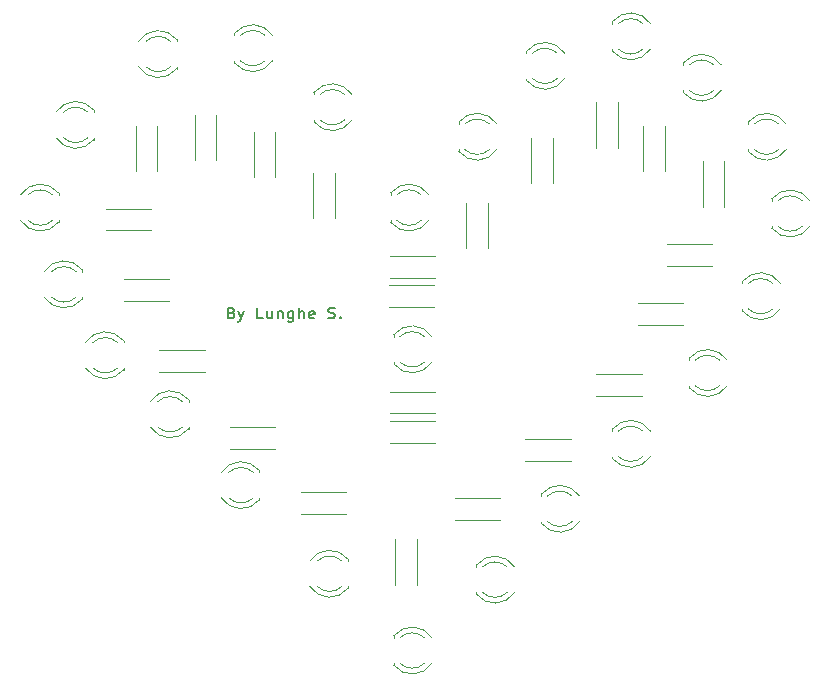
<source format=gbr>
%TF.GenerationSoftware,KiCad,Pcbnew,8.0.5*%
%TF.CreationDate,2025-01-04T18:37:31+03:00*%
%TF.ProjectId,Love_LEDs,4c6f7665-5f4c-4454-9473-2e6b69636164,rev?*%
%TF.SameCoordinates,Original*%
%TF.FileFunction,Legend,Top*%
%TF.FilePolarity,Positive*%
%FSLAX46Y46*%
G04 Gerber Fmt 4.6, Leading zero omitted, Abs format (unit mm)*
G04 Created by KiCad (PCBNEW 8.0.5) date 2025-01-04 18:37:31*
%MOMM*%
%LPD*%
G01*
G04 APERTURE LIST*
%ADD10C,0.200000*%
%ADD11C,0.120000*%
G04 APERTURE END LIST*
D10*
X130203006Y-94908028D02*
X130345863Y-94950885D01*
X130345863Y-94950885D02*
X130393482Y-94993742D01*
X130393482Y-94993742D02*
X130441101Y-95079457D01*
X130441101Y-95079457D02*
X130441101Y-95208028D01*
X130441101Y-95208028D02*
X130393482Y-95293742D01*
X130393482Y-95293742D02*
X130345863Y-95336600D01*
X130345863Y-95336600D02*
X130250625Y-95379457D01*
X130250625Y-95379457D02*
X129869673Y-95379457D01*
X129869673Y-95379457D02*
X129869673Y-94479457D01*
X129869673Y-94479457D02*
X130203006Y-94479457D01*
X130203006Y-94479457D02*
X130298244Y-94522314D01*
X130298244Y-94522314D02*
X130345863Y-94565171D01*
X130345863Y-94565171D02*
X130393482Y-94650885D01*
X130393482Y-94650885D02*
X130393482Y-94736600D01*
X130393482Y-94736600D02*
X130345863Y-94822314D01*
X130345863Y-94822314D02*
X130298244Y-94865171D01*
X130298244Y-94865171D02*
X130203006Y-94908028D01*
X130203006Y-94908028D02*
X129869673Y-94908028D01*
X130774435Y-94779457D02*
X131012530Y-95379457D01*
X131250625Y-94779457D02*
X131012530Y-95379457D01*
X131012530Y-95379457D02*
X130917292Y-95593742D01*
X130917292Y-95593742D02*
X130869673Y-95636600D01*
X130869673Y-95636600D02*
X130774435Y-95679457D01*
X132869673Y-95379457D02*
X132393483Y-95379457D01*
X132393483Y-95379457D02*
X132393483Y-94479457D01*
X133631578Y-94779457D02*
X133631578Y-95379457D01*
X133203007Y-94779457D02*
X133203007Y-95250885D01*
X133203007Y-95250885D02*
X133250626Y-95336600D01*
X133250626Y-95336600D02*
X133345864Y-95379457D01*
X133345864Y-95379457D02*
X133488721Y-95379457D01*
X133488721Y-95379457D02*
X133583959Y-95336600D01*
X133583959Y-95336600D02*
X133631578Y-95293742D01*
X134107769Y-94779457D02*
X134107769Y-95379457D01*
X134107769Y-94865171D02*
X134155388Y-94822314D01*
X134155388Y-94822314D02*
X134250626Y-94779457D01*
X134250626Y-94779457D02*
X134393483Y-94779457D01*
X134393483Y-94779457D02*
X134488721Y-94822314D01*
X134488721Y-94822314D02*
X134536340Y-94908028D01*
X134536340Y-94908028D02*
X134536340Y-95379457D01*
X135441102Y-94779457D02*
X135441102Y-95508028D01*
X135441102Y-95508028D02*
X135393483Y-95593742D01*
X135393483Y-95593742D02*
X135345864Y-95636600D01*
X135345864Y-95636600D02*
X135250626Y-95679457D01*
X135250626Y-95679457D02*
X135107769Y-95679457D01*
X135107769Y-95679457D02*
X135012531Y-95636600D01*
X135441102Y-95336600D02*
X135345864Y-95379457D01*
X135345864Y-95379457D02*
X135155388Y-95379457D01*
X135155388Y-95379457D02*
X135060150Y-95336600D01*
X135060150Y-95336600D02*
X135012531Y-95293742D01*
X135012531Y-95293742D02*
X134964912Y-95208028D01*
X134964912Y-95208028D02*
X134964912Y-94950885D01*
X134964912Y-94950885D02*
X135012531Y-94865171D01*
X135012531Y-94865171D02*
X135060150Y-94822314D01*
X135060150Y-94822314D02*
X135155388Y-94779457D01*
X135155388Y-94779457D02*
X135345864Y-94779457D01*
X135345864Y-94779457D02*
X135441102Y-94822314D01*
X135917293Y-95379457D02*
X135917293Y-94479457D01*
X136345864Y-95379457D02*
X136345864Y-94908028D01*
X136345864Y-94908028D02*
X136298245Y-94822314D01*
X136298245Y-94822314D02*
X136203007Y-94779457D01*
X136203007Y-94779457D02*
X136060150Y-94779457D01*
X136060150Y-94779457D02*
X135964912Y-94822314D01*
X135964912Y-94822314D02*
X135917293Y-94865171D01*
X137203007Y-95336600D02*
X137107769Y-95379457D01*
X137107769Y-95379457D02*
X136917293Y-95379457D01*
X136917293Y-95379457D02*
X136822055Y-95336600D01*
X136822055Y-95336600D02*
X136774436Y-95250885D01*
X136774436Y-95250885D02*
X136774436Y-94908028D01*
X136774436Y-94908028D02*
X136822055Y-94822314D01*
X136822055Y-94822314D02*
X136917293Y-94779457D01*
X136917293Y-94779457D02*
X137107769Y-94779457D01*
X137107769Y-94779457D02*
X137203007Y-94822314D01*
X137203007Y-94822314D02*
X137250626Y-94908028D01*
X137250626Y-94908028D02*
X137250626Y-94993742D01*
X137250626Y-94993742D02*
X136774436Y-95079457D01*
X138393484Y-95336600D02*
X138536341Y-95379457D01*
X138536341Y-95379457D02*
X138774436Y-95379457D01*
X138774436Y-95379457D02*
X138869674Y-95336600D01*
X138869674Y-95336600D02*
X138917293Y-95293742D01*
X138917293Y-95293742D02*
X138964912Y-95208028D01*
X138964912Y-95208028D02*
X138964912Y-95122314D01*
X138964912Y-95122314D02*
X138917293Y-95036600D01*
X138917293Y-95036600D02*
X138869674Y-94993742D01*
X138869674Y-94993742D02*
X138774436Y-94950885D01*
X138774436Y-94950885D02*
X138583960Y-94908028D01*
X138583960Y-94908028D02*
X138488722Y-94865171D01*
X138488722Y-94865171D02*
X138441103Y-94822314D01*
X138441103Y-94822314D02*
X138393484Y-94736600D01*
X138393484Y-94736600D02*
X138393484Y-94650885D01*
X138393484Y-94650885D02*
X138441103Y-94565171D01*
X138441103Y-94565171D02*
X138488722Y-94522314D01*
X138488722Y-94522314D02*
X138583960Y-94479457D01*
X138583960Y-94479457D02*
X138822055Y-94479457D01*
X138822055Y-94479457D02*
X138964912Y-94522314D01*
X139393484Y-95293742D02*
X139441103Y-95336600D01*
X139441103Y-95336600D02*
X139393484Y-95379457D01*
X139393484Y-95379457D02*
X139345865Y-95336600D01*
X139345865Y-95336600D02*
X139393484Y-95293742D01*
X139393484Y-95293742D02*
X139393484Y-95379457D01*
D11*
%TO.C,R24*%
X151920000Y-85580000D02*
X151920000Y-89420000D01*
X150080000Y-85580000D02*
X150080000Y-89420000D01*
%TO.C,R23*%
X143580000Y-90080000D02*
X147420000Y-90080000D01*
X143580000Y-91920000D02*
X147420000Y-91920000D01*
%TO.C,R22*%
X157420000Y-80080000D02*
X157420000Y-83920000D01*
X155580000Y-80080000D02*
X155580000Y-83920000D01*
%TO.C,R21*%
X162920000Y-77080000D02*
X162920000Y-80920000D01*
X161080000Y-77080000D02*
X161080000Y-80920000D01*
%TO.C,R20*%
X166920000Y-79080000D02*
X166920000Y-82920000D01*
X165080000Y-79080000D02*
X165080000Y-82920000D01*
%TO.C,R19*%
X170080000Y-85920000D02*
X170080000Y-82080000D01*
X171920000Y-85920000D02*
X171920000Y-82080000D01*
%TO.C,R18*%
X147380000Y-94420000D02*
X143540000Y-94420000D01*
X147380000Y-92580000D02*
X143540000Y-92580000D01*
%TO.C,R17*%
X167080000Y-89080000D02*
X170920000Y-89080000D01*
X167080000Y-90920000D02*
X170920000Y-90920000D01*
%TO.C,R16*%
X164580000Y-94080000D02*
X168420000Y-94080000D01*
X164580000Y-95920000D02*
X168420000Y-95920000D01*
%TO.C,R15*%
X161080000Y-100080000D02*
X164920000Y-100080000D01*
X161080000Y-101920000D02*
X164920000Y-101920000D01*
%TO.C,R14*%
X155080000Y-105580000D02*
X158920000Y-105580000D01*
X155080000Y-107420000D02*
X158920000Y-107420000D01*
%TO.C,R13*%
X149080000Y-110580000D02*
X152920000Y-110580000D01*
X149080000Y-112420000D02*
X152920000Y-112420000D01*
%TO.C,R12*%
X143580000Y-101580000D02*
X147420000Y-101580000D01*
X143580000Y-103420000D02*
X147420000Y-103420000D01*
%TO.C,R11*%
X144080000Y-117920000D02*
X144080000Y-114080000D01*
X145920000Y-117920000D02*
X145920000Y-114080000D01*
%TO.C,R10*%
X143580000Y-104080000D02*
X147420000Y-104080000D01*
X143580000Y-105920000D02*
X147420000Y-105920000D01*
%TO.C,R9*%
X136080000Y-110080000D02*
X139920000Y-110080000D01*
X136080000Y-111920000D02*
X139920000Y-111920000D01*
%TO.C,R8*%
X130080000Y-104580000D02*
X133920000Y-104580000D01*
X130080000Y-106420000D02*
X133920000Y-106420000D01*
%TO.C,R7*%
X124080000Y-98080000D02*
X127920000Y-98080000D01*
X124080000Y-99920000D02*
X127920000Y-99920000D01*
%TO.C,R6*%
X121080000Y-92080000D02*
X124920000Y-92080000D01*
X121080000Y-93920000D02*
X124920000Y-93920000D01*
%TO.C,R5*%
X119540000Y-86080000D02*
X123380000Y-86080000D01*
X119540000Y-87920000D02*
X123380000Y-87920000D01*
%TO.C,R4*%
X123920000Y-79080000D02*
X123920000Y-82920000D01*
X122080000Y-79080000D02*
X122080000Y-82920000D01*
%TO.C,R3*%
X128920000Y-78120000D02*
X128920000Y-81960000D01*
X127080000Y-78120000D02*
X127080000Y-81960000D01*
%TO.C,R2*%
X133920000Y-79580000D02*
X133920000Y-83420000D01*
X132080000Y-79580000D02*
X132080000Y-83420000D01*
%TO.C,R1*%
X137080000Y-83080000D02*
X137080000Y-86920000D01*
X138920000Y-83080000D02*
X138920000Y-86920000D01*
%TO.C,D24*%
X149435000Y-78764000D02*
X149435000Y-78920000D01*
X149435000Y-81080000D02*
X149435000Y-81236000D01*
X149435000Y-78764484D02*
G75*
G02*
X152667335Y-78921392I1560000J-1235516D01*
G01*
X149954039Y-78920000D02*
G75*
G02*
X152036130Y-78920163I1040961J-1080000D01*
G01*
X152036130Y-81079837D02*
G75*
G02*
X149954039Y-81080000I-1041130J1079837D01*
G01*
X152667335Y-81078608D02*
G75*
G02*
X149435000Y-81235516I-1672335J1078608D01*
G01*
%TO.C,D23*%
X143670000Y-84764000D02*
X143670000Y-84920000D01*
X143670000Y-87080000D02*
X143670000Y-87236000D01*
X143670000Y-84764484D02*
G75*
G02*
X146902335Y-84921392I1560000J-1235516D01*
G01*
X144189039Y-84920000D02*
G75*
G02*
X146271130Y-84920163I1040961J-1080000D01*
G01*
X146271130Y-87079837D02*
G75*
G02*
X144189039Y-87080000I-1041130J1079837D01*
G01*
X146902335Y-87078608D02*
G75*
G02*
X143670000Y-87235516I-1672335J1078608D01*
G01*
%TO.C,D22*%
X155170000Y-72764000D02*
X155170000Y-72920000D01*
X155170000Y-75080000D02*
X155170000Y-75236000D01*
X155170000Y-72764484D02*
G75*
G02*
X158402335Y-72921392I1560000J-1235516D01*
G01*
X155689039Y-72920000D02*
G75*
G02*
X157771130Y-72920163I1040961J-1080000D01*
G01*
X157771130Y-75079837D02*
G75*
G02*
X155689039Y-75080000I-1041130J1079837D01*
G01*
X158402335Y-75078608D02*
G75*
G02*
X155170000Y-75235516I-1672335J1078608D01*
G01*
%TO.C,D21*%
X162435000Y-70264000D02*
X162435000Y-70420000D01*
X162435000Y-72580000D02*
X162435000Y-72736000D01*
X162435000Y-70264484D02*
G75*
G02*
X165667335Y-70421392I1560000J-1235516D01*
G01*
X162954039Y-70420000D02*
G75*
G02*
X165036130Y-70420163I1040961J-1080000D01*
G01*
X165036130Y-72579837D02*
G75*
G02*
X162954039Y-72580000I-1041130J1079837D01*
G01*
X165667335Y-72578608D02*
G75*
G02*
X162435000Y-72735516I-1672335J1078608D01*
G01*
%TO.C,D20*%
X168435000Y-73764000D02*
X168435000Y-73920000D01*
X168435000Y-76080000D02*
X168435000Y-76236000D01*
X168435000Y-73764484D02*
G75*
G02*
X171667335Y-73921392I1560000J-1235516D01*
G01*
X168954039Y-73920000D02*
G75*
G02*
X171036130Y-73920163I1040961J-1080000D01*
G01*
X171036130Y-76079837D02*
G75*
G02*
X168954039Y-76080000I-1041130J1079837D01*
G01*
X171667335Y-76078608D02*
G75*
G02*
X168435000Y-76235516I-1672335J1078608D01*
G01*
%TO.C,D19*%
X173935000Y-78764000D02*
X173935000Y-78920000D01*
X173935000Y-81080000D02*
X173935000Y-81236000D01*
X173935000Y-78764484D02*
G75*
G02*
X177167335Y-78921392I1560000J-1235516D01*
G01*
X174454039Y-78920000D02*
G75*
G02*
X176536130Y-78920163I1040961J-1080000D01*
G01*
X176536130Y-81079837D02*
G75*
G02*
X174454039Y-81080000I-1041130J1079837D01*
G01*
X177167335Y-81078608D02*
G75*
G02*
X173935000Y-81235516I-1672335J1078608D01*
G01*
%TO.C,D18*%
X175935000Y-85264000D02*
X175935000Y-85420000D01*
X175935000Y-87580000D02*
X175935000Y-87736000D01*
X175935000Y-85264484D02*
G75*
G02*
X179167335Y-85421392I1560000J-1235516D01*
G01*
X176454039Y-85420000D02*
G75*
G02*
X178536130Y-85420163I1040961J-1080000D01*
G01*
X178536130Y-87579837D02*
G75*
G02*
X176454039Y-87580000I-1041130J1079837D01*
G01*
X179167335Y-87578608D02*
G75*
G02*
X175935000Y-87735516I-1672335J1078608D01*
G01*
%TO.C,D17*%
X173435000Y-92264000D02*
X173435000Y-92420000D01*
X173435000Y-94580000D02*
X173435000Y-94736000D01*
X173435000Y-92264484D02*
G75*
G02*
X176667335Y-92421392I1560000J-1235516D01*
G01*
X173954039Y-92420000D02*
G75*
G02*
X176036130Y-92420163I1040961J-1080000D01*
G01*
X176036130Y-94579837D02*
G75*
G02*
X173954039Y-94580000I-1041130J1079837D01*
G01*
X176667335Y-94578608D02*
G75*
G02*
X173435000Y-94735516I-1672335J1078608D01*
G01*
%TO.C,D16*%
X168935000Y-98764000D02*
X168935000Y-98920000D01*
X168935000Y-101080000D02*
X168935000Y-101236000D01*
X168935000Y-98764484D02*
G75*
G02*
X172167335Y-98921392I1560000J-1235516D01*
G01*
X169454039Y-98920000D02*
G75*
G02*
X171536130Y-98920163I1040961J-1080000D01*
G01*
X171536130Y-101079837D02*
G75*
G02*
X169454039Y-101080000I-1041130J1079837D01*
G01*
X172167335Y-101078608D02*
G75*
G02*
X168935000Y-101235516I-1672335J1078608D01*
G01*
%TO.C,D15*%
X162435000Y-104764000D02*
X162435000Y-104920000D01*
X162435000Y-107080000D02*
X162435000Y-107236000D01*
X162435000Y-104764484D02*
G75*
G02*
X165667335Y-104921392I1560000J-1235516D01*
G01*
X162954039Y-104920000D02*
G75*
G02*
X165036130Y-104920163I1040961J-1080000D01*
G01*
X165036130Y-107079837D02*
G75*
G02*
X162954039Y-107080000I-1041130J1079837D01*
G01*
X165667335Y-107078608D02*
G75*
G02*
X162435000Y-107235516I-1672335J1078608D01*
G01*
%TO.C,D14*%
X156435000Y-110264000D02*
X156435000Y-110420000D01*
X156435000Y-112580000D02*
X156435000Y-112736000D01*
X156435000Y-110264484D02*
G75*
G02*
X159667335Y-110421392I1560000J-1235516D01*
G01*
X156954039Y-110420000D02*
G75*
G02*
X159036130Y-110420163I1040961J-1080000D01*
G01*
X159036130Y-112579837D02*
G75*
G02*
X156954039Y-112580000I-1041130J1079837D01*
G01*
X159667335Y-112578608D02*
G75*
G02*
X156435000Y-112735516I-1672335J1078608D01*
G01*
%TO.C,D13*%
X150935000Y-116264000D02*
X150935000Y-116420000D01*
X150935000Y-118580000D02*
X150935000Y-118736000D01*
X150935000Y-116264484D02*
G75*
G02*
X154167335Y-116421392I1560000J-1235516D01*
G01*
X151454039Y-116420000D02*
G75*
G02*
X153536130Y-116420163I1040961J-1080000D01*
G01*
X153536130Y-118579837D02*
G75*
G02*
X151454039Y-118580000I-1041130J1079837D01*
G01*
X154167335Y-118578608D02*
G75*
G02*
X150935000Y-118735516I-1672335J1078608D01*
G01*
%TO.C,D12*%
X143935000Y-96764000D02*
X143935000Y-96920000D01*
X143935000Y-99080000D02*
X143935000Y-99236000D01*
X143935000Y-96764484D02*
G75*
G02*
X147167335Y-96921392I1560000J-1235516D01*
G01*
X144454039Y-96920000D02*
G75*
G02*
X146536130Y-96920163I1040961J-1080000D01*
G01*
X146536130Y-99079837D02*
G75*
G02*
X144454039Y-99080000I-1041130J1079837D01*
G01*
X147167335Y-99078608D02*
G75*
G02*
X143935000Y-99235516I-1672335J1078608D01*
G01*
%TO.C,D11*%
X143935000Y-122264000D02*
X143935000Y-122420000D01*
X143935000Y-124580000D02*
X143935000Y-124736000D01*
X143935000Y-122264484D02*
G75*
G02*
X147167335Y-122421392I1560000J-1235516D01*
G01*
X144454039Y-122420000D02*
G75*
G02*
X146536130Y-122420163I1040961J-1080000D01*
G01*
X146536130Y-124579837D02*
G75*
G02*
X144454039Y-124580000I-1041130J1079837D01*
G01*
X147167335Y-124578608D02*
G75*
G02*
X143935000Y-124735516I-1672335J1078608D01*
G01*
%TO.C,D10*%
X140065000Y-118236000D02*
X140065000Y-118080000D01*
X140065000Y-115920000D02*
X140065000Y-115764000D01*
X140065000Y-118235516D02*
G75*
G02*
X136832665Y-118078608I-1560000J1235516D01*
G01*
X139545961Y-118080000D02*
G75*
G02*
X137463870Y-118079837I-1040961J1080000D01*
G01*
X137463870Y-115920163D02*
G75*
G02*
X139545961Y-115920000I1041130J-1079837D01*
G01*
X136832665Y-115921392D02*
G75*
G02*
X140065000Y-115764484I1672335J-1078608D01*
G01*
%TO.C,D9*%
X132565000Y-110736000D02*
X132565000Y-110580000D01*
X132565000Y-108420000D02*
X132565000Y-108264000D01*
X132565000Y-110735516D02*
G75*
G02*
X129332665Y-110578608I-1560000J1235516D01*
G01*
X132045961Y-110580000D02*
G75*
G02*
X129963870Y-110579837I-1040961J1080000D01*
G01*
X129963870Y-108420163D02*
G75*
G02*
X132045961Y-108420000I1041130J-1079837D01*
G01*
X129332665Y-108421392D02*
G75*
G02*
X132565000Y-108264484I1672335J-1078608D01*
G01*
%TO.C,D8*%
X126565000Y-104736000D02*
X126565000Y-104580000D01*
X126565000Y-102420000D02*
X126565000Y-102264000D01*
X126565000Y-104735516D02*
G75*
G02*
X123332665Y-104578608I-1560000J1235516D01*
G01*
X126045961Y-104580000D02*
G75*
G02*
X123963870Y-104579837I-1040961J1080000D01*
G01*
X123963870Y-102420163D02*
G75*
G02*
X126045961Y-102420000I1041130J-1079837D01*
G01*
X123332665Y-102421392D02*
G75*
G02*
X126565000Y-102264484I1672335J-1078608D01*
G01*
%TO.C,D7*%
X121065000Y-99736000D02*
X121065000Y-99580000D01*
X121065000Y-97420000D02*
X121065000Y-97264000D01*
X121065000Y-99735516D02*
G75*
G02*
X117832665Y-99578608I-1560000J1235516D01*
G01*
X120545961Y-99580000D02*
G75*
G02*
X118463870Y-99579837I-1040961J1080000D01*
G01*
X118463870Y-97420163D02*
G75*
G02*
X120545961Y-97420000I1041130J-1079837D01*
G01*
X117832665Y-97421392D02*
G75*
G02*
X121065000Y-97264484I1672335J-1078608D01*
G01*
%TO.C,D6*%
X117565000Y-93736000D02*
X117565000Y-93580000D01*
X117565000Y-91420000D02*
X117565000Y-91264000D01*
X117565000Y-93735516D02*
G75*
G02*
X114332665Y-93578608I-1560000J1235516D01*
G01*
X117045961Y-93580000D02*
G75*
G02*
X114963870Y-93579837I-1040961J1080000D01*
G01*
X114963870Y-91420163D02*
G75*
G02*
X117045961Y-91420000I1041130J-1079837D01*
G01*
X114332665Y-91421392D02*
G75*
G02*
X117565000Y-91264484I1672335J-1078608D01*
G01*
%TO.C,D5*%
X115565000Y-87236000D02*
X115565000Y-87080000D01*
X115565000Y-84920000D02*
X115565000Y-84764000D01*
X115565000Y-87235516D02*
G75*
G02*
X112332665Y-87078608I-1560000J1235516D01*
G01*
X115045961Y-87080000D02*
G75*
G02*
X112963870Y-87079837I-1040961J1080000D01*
G01*
X112963870Y-84920163D02*
G75*
G02*
X115045961Y-84920000I1041130J-1079837D01*
G01*
X112332665Y-84921392D02*
G75*
G02*
X115565000Y-84764484I1672335J-1078608D01*
G01*
%TO.C,D4*%
X118565000Y-80236000D02*
X118565000Y-80080000D01*
X118565000Y-77920000D02*
X118565000Y-77764000D01*
X118565000Y-80235516D02*
G75*
G02*
X115332665Y-80078608I-1560000J1235516D01*
G01*
X118045961Y-80080000D02*
G75*
G02*
X115963870Y-80079837I-1040961J1080000D01*
G01*
X115963870Y-77920163D02*
G75*
G02*
X118045961Y-77920000I1041130J-1079837D01*
G01*
X115332665Y-77921392D02*
G75*
G02*
X118565000Y-77764484I1672335J-1078608D01*
G01*
%TO.C,D3*%
X125565000Y-74236000D02*
X125565000Y-74080000D01*
X125565000Y-71920000D02*
X125565000Y-71764000D01*
X125565000Y-74235516D02*
G75*
G02*
X122332665Y-74078608I-1560000J1235516D01*
G01*
X125045961Y-74080000D02*
G75*
G02*
X122963870Y-74079837I-1040961J1080000D01*
G01*
X122963870Y-71920163D02*
G75*
G02*
X125045961Y-71920000I1041130J-1079837D01*
G01*
X122332665Y-71921392D02*
G75*
G02*
X125565000Y-71764484I1672335J-1078608D01*
G01*
%TO.C,D2*%
X130435000Y-71264000D02*
X130435000Y-71420000D01*
X130435000Y-73580000D02*
X130435000Y-73736000D01*
X130435000Y-71264484D02*
G75*
G02*
X133667335Y-71421392I1560000J-1235516D01*
G01*
X130954039Y-71420000D02*
G75*
G02*
X133036130Y-71420163I1040961J-1080000D01*
G01*
X133036130Y-73579837D02*
G75*
G02*
X130954039Y-73580000I-1041130J1079837D01*
G01*
X133667335Y-73578608D02*
G75*
G02*
X130435000Y-73735516I-1672335J1078608D01*
G01*
%TO.C,D1*%
X137170000Y-76264000D02*
X137170000Y-76420000D01*
X137170000Y-78580000D02*
X137170000Y-78736000D01*
X137170000Y-76264484D02*
G75*
G02*
X140402335Y-76421392I1560000J-1235516D01*
G01*
X137689039Y-76420000D02*
G75*
G02*
X139771130Y-76420163I1040961J-1080000D01*
G01*
X139771130Y-78579837D02*
G75*
G02*
X137689039Y-78580000I-1041130J1079837D01*
G01*
X140402335Y-78578608D02*
G75*
G02*
X137170000Y-78735516I-1672335J1078608D01*
G01*
%TD*%
M02*

</source>
